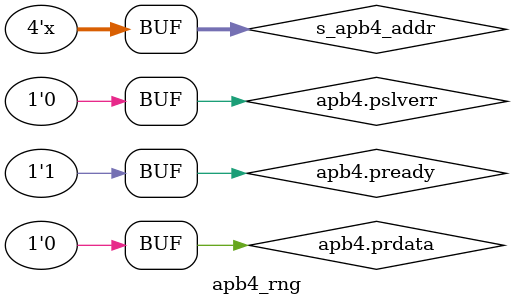
<source format=sv>

`define RNG_CTRL 4'b0000 //BASEADDR+0x00
`define RNG_SEED 4'b0001 //BASEADDR+0x04
`define RNG_VAL  4'b0010 //BASEADDR+0x08
// verilog_format: on

/* register mapping
 * RNG_CTRL:
 * BITS:   | 31:0 |
 * FIELDS: | RES  |
 * PERMS:  | RW   |
 * ------------------------------------
 * RNG_SEED:
 * BITS:   | 31:0 |
 * FIELDS: | SEED |
 * PERMS:  | W    |
 * ------------------------------------
 * RNG_VAL:
 * BITS:   | 31:0 |
 * FIELDS: | VAL  |
 * PERMS:  | R    |
*/

module apb4_rng #(
    parameter int DATA_WIDTH = 32
) (
    // verilog_format: off
    apb4_if.slave apb4
    // verilog_format: on
);

  logic [3:0] s_apb4_addr;
  logic s_apb4_wr_hdshk, s_apb4_rd_hdshk;
  logic [DATA_WIDTH-1:0] s_rng_ctrl_d, s_rng_ctrl_q;
  logic [DATA_WIDTH-1:0] s_rng_val;

  assign s_apb4_addr = apb4.paddr[5:2];
  assign s_apb4_wr_hdshk = apb4.psel && apb4.penable && apb4.pwrite;
  assign s_apb4_rd_hdshk = apb4.psel && apb4.penable && (~apb4.pwrite);

  assign s_rng_ctrl_d = (s_apb4_wr_hdshk && s_apb4_addr == `RNG_CTRL) ? apb4.pwdata : s_rng_ctrl_q;
  dffr u_rng_ctrl_dffr (
      apb4.pclk,
      apb4.presetn,
      s_rng_ctrl_d,
      s_rng_ctrl_q
  );

  lfsr_galois #(32, 32'h04C1_1DB7) u_lfsr_galois (
      .clk_i  (apb4.pclk),
      .rst_n_i(apb4.presetn),
      .wr_i   (s_apb4_wr_hdshk && s_apb4_addr == `RNG_SEED),
      .dat_i  (s_rng_seed),
      .dat_o  (s_rng_val)
  );

  always_comb begin
    apb4.prdata = '0;
    if (s_apb4_rd_hdshk) begin
      unique case (s_apb4_addr)
        `RNG_CTRL: apb4.prdata[DATA_WIDTH-1:0] = s_rng_ctrl_q;
        `RNG_VAL:  apb4.prdata[DATA_WIDTH-1:0] = s_rng_seed;
      endcase
    end
  end

  assign apb4.pready = 1'b1;
  assign apb4.pslverr = 1'b0;

endmodule

</source>
